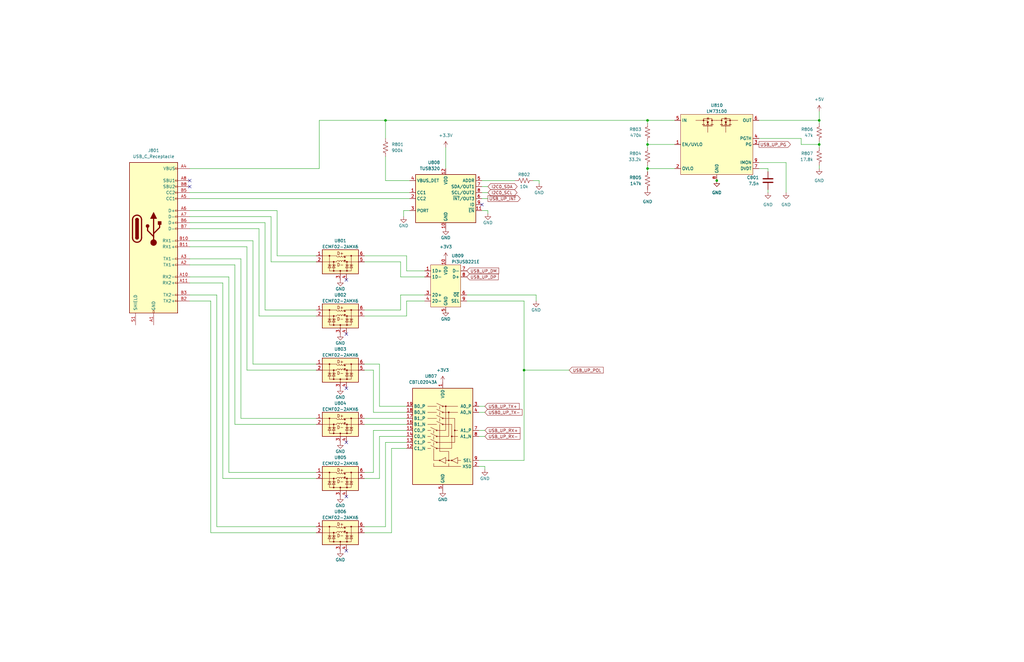
<source format=kicad_sch>
(kicad_sch (version 20230121) (generator eeschema)
  (paper "USLedger")
  (title_block (title "ErgoDUE") (date "2024-01-15") (rev "V0.1") (company "Alessandro Rizzoni") (comment 1 "SCHEMATIC") (comment 2 "DRAFT") (comment 3 "AIR"))
  (lib_symbols
    (symbol "Analog_Switch:CBTL02043A"
      (property "Reference" "U" (at -12.7 21.59 0))
      (property "Value" "CBTL02043A" (at 6.35 21.59 0))
      (symbol "CBTL02043A_0_1"
        (rectangle (start -12.7 20.32) (end 12.7 -20.32) (stroke (width 0.254)) (fill (type background)))
        (circle (center -5.08 2.54) (radius 0.254) (fill (type outline)))
        (circle (center -3.81 0) (radius 0.254) (fill (type outline)))
        (circle (center -2.54 10.16) (radius 0.254) (fill (type outline)))
        (circle (center -1.27 12.7) (radius 0.254) (fill (type outline)))
        (polyline (pts (xy -7.62 -10.16) (xy -6.35 -10.16)))
        (polyline (pts (xy -7.62 -12.7) (xy -2.54 -12.7) (xy -2.54 -11.43)))
        (polyline (pts (xy -2.54 -12.7) (xy 3.81 -12.7) (xy 3.81 -11.43)))
        (polyline (pts (xy 1.27 -10.16) (xy -1.27 -8.89) (xy -1.27 -11.43) (xy 1.27 -10.16)))
        (polyline (pts (xy 5.08 -3.81) (xy 2.54 -5.08) (xy -3.81 -5.08) (xy -3.81 0)))
        (polyline (pts (xy 5.08 -1.27) (xy 2.54 -2.54) (xy -5.08 -2.54) (xy -5.08 2.54)))
        (polyline (pts (xy 5.08 1.27) (xy 2.54 0) (xy -2.54 0) (xy -2.54 10.16)))
        (polyline (pts (xy 5.08 3.81) (xy 2.54 2.54) (xy -1.27 2.54) (xy -1.27 12.7)))
      )
      (symbol "CBTL02043A_1_1"
        (circle (center -3.81 -10.16) (radius 0.254))
        (circle (center -2.54 -10.16) (radius 0.254) (fill (type outline)))
        (polyline (pts (xy -2.54 -10.16) (xy -1.27 -10.16)))
        (polyline (pts (xy 1.27 5.08) (xy 1.27 3.81)))
        (polyline (pts (xy 1.27 7.62) (xy 1.27 6.35)))
        (polyline (pts (xy 1.27 10.16) (xy 1.27 8.89)))
        (polyline (pts (xy 1.27 12.7) (xy 1.27 11.43)))
        (polyline (pts (xy 3.81 -3.81) (xy 3.81 -2.54)))
        (polyline (pts (xy 3.81 -1.27) (xy 3.81 0)))
        (polyline (pts (xy 3.81 1.27) (xy 3.81 2.54)))
        (polyline (pts (xy 6.35 -5.08) (xy 5.08 -5.08)))
        (polyline (pts (xy 6.35 -2.54) (xy 5.08 -2.54)))
        (polyline (pts (xy 6.35 0) (xy 5.08 0)))
        (polyline (pts (xy 6.35 2.54) (xy 5.08 2.54)))
        (polyline (pts (xy 6.35 5.08) (xy 2.54 5.08)))
        (polyline (pts (xy 6.35 7.62) (xy 2.54 7.62)))
        (polyline (pts (xy 6.35 10.16) (xy 2.54 10.16)))
        (polyline (pts (xy 6.35 12.7) (xy 2.54 12.7)))
        (polyline (pts (xy -6.35 10.16) (xy 0 10.16) (xy 2.54 11.43)))
        (polyline (pts (xy -6.35 12.7) (xy 0 12.7) (xy 2.54 13.97)))
        (polyline (pts (xy 1.27 -10.16) (xy 3.81 -10.16) (xy 3.81 -5.08)))
        (polyline (pts (xy -3.81 -10.16) (xy -6.35 -8.89) (xy -6.35 -11.43) (xy -3.81 -10.16)))
        (polyline (pts (xy -6.35 0) (xy -3.81 0) (xy -3.81 5.08) (xy 0 5.08) (xy 2.54 6.35)))
        (polyline (pts (xy -6.35 2.54) (xy -5.08 2.54) (xy -5.08 7.62) (xy 0 7.62) (xy 2.54 8.89)))
        (polyline (pts (xy 1.27 3.81) (xy 1.27 -6.35) (xy -2.54 -6.35) (xy -2.54 -10.16) (xy -3.81 -10.16)))
        (circle (center 0 5.08) (radius 0.254))
        (circle (center 0 7.62) (radius 0.254))
        (circle (center 0 10.16) (radius 0.254))
        (circle (center 0 12.7) (radius 0.254))
        (circle (center 1.27 -10.16) (radius 0.254))
        (circle (center 2.54 -5.08) (radius 0.254))
        (circle (center 2.54 -2.54) (radius 0.254))
        (circle (center 2.54 0) (radius 0.254))
        (circle (center 2.54 2.54) (radius 0.254))
        (pin power_in line (at 0 22.86 270) (length 2.54) (name "VDD") (number "1"))
        (pin passive line (at 0 22.86 270) (length 2.54) hide (name "VDD") (number "10"))
        (pin passive line (at 0 -22.86 90) (length 2.54) hide (name "GND") (number "11"))
        (pin passive line (at 15.24 -5.08 180) (length 2.54) (name "C1_N") (number "12"))
        (pin passive line (at 15.24 -2.54 180) (length 2.54) (name "C1_P") (number "13"))
        (pin passive line (at 15.24 0 180) (length 2.54) (name "C0_N") (number "14"))
        (pin passive line (at 15.24 2.54 180) (length 2.54) (name "C0_P") (number "15"))
        (pin passive line (at 15.24 5.08 180) (length 2.54) (name "B1_N") (number "16"))
        (pin passive line (at 15.24 7.62 180) (length 2.54) (name "B1_P") (number "17"))
        (pin passive line (at 15.24 10.16 180) (length 2.54) (name "B0_N") (number "18"))
        (pin passive line (at 15.24 12.7 180) (length 2.54) (name "B0_P") (number "19"))
        (pin input line (at -15.24 -12.7 0) (length 2.54) (name "XSD") (number "2"))
        (pin passive line (at 0 -22.86 90) (length 2.54) hide (name "GND") (number "20"))
        (pin passive line (at 0 -22.86 90) (length 2.54) hide (name "GND") (number "21"))
        (pin passive line (at -15.24 12.7 0) (length 2.54) (name "A0_P") (number "3"))
        (pin passive line (at -15.24 10.16 0) (length 2.54) (name "A0_N") (number "4"))
        (pin power_in line (at 0 -22.86 90) (length 2.54) (name "GND") (number "5"))
        (pin passive line (at 0 22.86 270) (length 2.54) hide (name "VDD") (number "6"))
        (pin passive line (at -15.24 2.54 0) (length 2.54) (name "A1_P") (number "7"))
        (pin passive line (at -15.24 0 0) (length 2.54) (name "A1_N") (number "8"))
        (pin input line (at -15.24 -10.16 0) (length 2.54) (name "SEL") (number "9"))
      )
    )
    (symbol "Device:C" (pin_numbers hide) (pin_names (offset 0.254))
      (property "Reference" "C" (at 0.635 2.54 0))
      (property "Value" "C" (at 0.635 -2.54 0))
      (symbol "C_0_1"
        (polyline (pts (xy -2.032 -0.762) (xy 2.032 -0.762)) (stroke (width 0.508)))
        (polyline (pts (xy -2.032 0.762) (xy 2.032 0.762)) (stroke (width 0.508)))
      )
      (symbol "C_1_1"
        (pin passive line (at 0 3.81 270) (length 2.794) (name "~") (number "1"))
        (pin passive line (at 0 -3.81 90) (length 2.794) (name "~") (number "2"))
      )
    )
    (symbol "Device:R_US" (pin_numbers hide) (pin_names (offset 0))
      (property "Reference" "R" (at 2.54 0 90))
      (property "Value" "R_US" (at -2.54 0 90))
      (symbol "R_US_0_1"
        (polyline (pts (xy 0 -2.286) (xy 0 -2.54)))
        (polyline (pts (xy 0 2.286) (xy 0 2.54)))
        (polyline (pts (xy 0 -0.762) (xy 1.016 -1.143) (xy 0 -1.524) (xy -1.016 -1.905) (xy 0 -2.286)))
        (polyline (pts (xy 0 0.762) (xy 1.016 0.381) (xy 0 0) (xy -1.016 -0.381) (xy 0 -0.762)))
        (polyline (pts (xy 0 2.286) (xy 1.016 1.905) (xy 0 1.524) (xy -1.016 1.143) (xy 0 0.762)))
      )
      (symbol "R_US_1_1"
        (pin passive line (at 0 3.81 270) (length 1.27) (name "~") (number "1"))
        (pin passive line (at 0 -3.81 90) (length 1.27) (name "~") (number "2"))
      )
    )
    (symbol "Interface_USB:TUSB320"
      (property "Reference" "U608" (at 2.373 15.24 0))
      (property "Value" "TUSB320" (at 2.373 12.7 0))
      (symbol "TUSB320_0_1"
        (rectangle (start -12.7 10.16) (end 12.7 -10.16) (stroke (width 0.254)) (fill (type background)))
      )
      (symbol "TUSB320_1_1"
        (pin bidirectional line (at 15.24 2.54 180) (length 2.54) (name "CC1") (number "1"))
        (pin power_in line (at 0 -12.7 90) (length 2.54) (name "GND") (number "10"))
        (pin input line (at -15.24 -5.08 0) (length 2.54) (name "~{EN}") (number "11"))
        (pin power_in line (at 0 12.7 270) (length 2.54) (name "VDD") (number "12"))
        (pin bidirectional line (at 15.24 0 180) (length 2.54) (name "CC2") (number "2"))
        (pin input line (at 15.24 -5.08 180) (length 2.54) (name "PORT") (number "3"))
        (pin input line (at 15.24 7.62 180) (length 2.54) (name "VBUS_DET") (number "4"))
        (pin input line (at -15.24 7.62 0) (length 2.54) (name "ADDR") (number "5"))
        (pin open_collector line (at -15.24 0 0) (length 2.54) (name "~{INT}/OUT3") (number "6"))
        (pin bidirectional line (at -15.24 5.08 0) (length 2.54) (name "SDA/OUT1") (number "7"))
        (pin bidirectional line (at -15.24 2.54 0) (length 2.54) (name "SCL/OUT2") (number "8"))
        (pin open_collector line (at -15.24 -2.54 0) (length 2.54) (name "ID") (number "9"))
      )
    )
    (symbol "Library:DIODES_PI3USB221E"
      (property "Reference" "U" (at 1.27 10.16 0))
      (property "Value" "PI3USB221E" (at 1.27 7.62 0))
      (symbol "DIODES_PI3USB221E_0_0"
        (pin bidirectional line (at -8.89 3.81 0) (length 2.54) (name "1D+") (number "1"))
        (pin power_in line (at 0 8.89 270) (length 2.54) (name "VDD") (number "10"))
        (pin bidirectional line (at -8.89 1.27 0) (length 2.54) (name "1D-") (number "2"))
        (pin bidirectional line (at -8.89 -6.35 0) (length 2.54) (name "2D+") (number "3"))
        (pin bidirectional line (at -8.89 -8.89 0) (length 2.54) (name "2D-") (number "4"))
        (pin power_in line (at 0 -13.97 90) (length 2.54) (name "GND") (number "5"))
        (pin input line (at 8.89 -6.35 180) (length 2.54) (name "~{OE}") (number "6"))
        (pin bidirectional line (at 8.89 3.81 180) (length 2.54) (name "D-") (number "7"))
        (pin bidirectional line (at 8.89 1.27 180) (length 2.54) (name "D+") (number "8"))
        (pin input line (at 8.89 -8.89 180) (length 2.54) (name "SEL") (number "9"))
      )
      (symbol "DIODES_PI3USB221E_1_1"
        (rectangle (start -6.35 6.35) (end 6.35 -11.43) (fill (type background)))
      )
    )
    (symbol "Library:TI_LM73100"
      (property "Reference" "U" (at 0 16.51 0))
      (property "Value" "LM73100" (at 0 13.97 0))
      (symbol "TI_LM73100_0_0"
        (pin input line (at -17.78 0 0) (length 2.54) (name "EN/UVLO") (number "1"))
        (pin power_in line (at -17.78 10.16 0) (length 2.54) (name "IN") (number "5"))
        (pin power_out line (at 17.78 10.16 180) (length 2.54) (name "OUT") (number "6"))
        (pin power_in line (at 0 -15.24 90) (length 2.54) (name "GND") (number "8"))
      )
      (symbol "TI_LM73100_0_1"
        (circle (center -5.588 10.16) (radius 0.254) (fill (type outline)))
        (circle (center -2.032 10.16) (radius 0.254) (fill (type outline)))
        (polyline (pts (xy -5.08 8.382) (xy -6.096 8.382)) (stroke (width 0.254)))
        (polyline (pts (xy -3.81 7.874) (xy -3.81 5.08)))
        (polyline (pts (xy -3.302 8.382) (xy -4.318 8.382)) (stroke (width 0.254)))
        (polyline (pts (xy -1.905 7.874) (xy -5.715 7.874)) (stroke (width 0.254)))
        (polyline (pts (xy -1.524 8.382) (xy -2.54 8.382)) (stroke (width 0.254)))
        (polyline (pts (xy 0 10.16) (xy -2.032 10.16)))
        (polyline (pts (xy 0 10.16) (xy 2.032 10.16)))
        (polyline (pts (xy 1.524 8.382) (xy 2.54 8.382)) (stroke (width 0.254)))
        (polyline (pts (xy 1.905 7.874) (xy 5.715 7.874)) (stroke (width 0.254)))
        (polyline (pts (xy 3.302 8.382) (xy 4.318 8.382)) (stroke (width 0.254)))
        (polyline (pts (xy 3.81 7.874) (xy 3.81 5.08)))
        (polyline (pts (xy 5.08 8.382) (xy 6.096 8.382)) (stroke (width 0.254)))
        (polyline (pts (xy -8.89 10.16) (xy -3.81 10.16) (xy -3.81 8.382)))
        (polyline (pts (xy 8.89 10.16) (xy 3.81 10.16) (xy 3.81 8.382)))
        (polyline (pts (xy -5.588 8.382) (xy -5.588 10.922) (xy -2.032 10.922) (xy -2.032 8.382)))
        (polyline (pts (xy -3.81 8.636) (xy -3.429 9.652) (xy -4.191 9.652) (xy -3.81 8.636)) (fill (type outline)))
        (polyline (pts (xy -3.429 10.922) (xy -4.064 10.541) (xy -4.064 11.303) (xy -3.429 10.922)))
        (polyline (pts (xy -3.302 10.414) (xy -3.429 10.541) (xy -3.429 11.303) (xy -3.556 11.43)))
        (polyline (pts (xy 3.302 10.414) (xy 3.429 10.541) (xy 3.429 11.303) (xy 3.556 11.43)))
        (polyline (pts (xy 3.429 10.922) (xy 4.064 10.541) (xy 4.064 11.303) (xy 3.429 10.922)))
        (polyline (pts (xy 3.81 8.636) (xy 3.429 9.652) (xy 4.191 9.652) (xy 3.81 8.636)) (fill (type outline)))
        (polyline (pts (xy 5.588 8.382) (xy 5.588 10.922) (xy 2.032 10.922) (xy 2.032 8.382)))
        (circle (center 2.032 10.16) (radius 0.254) (fill (type outline)))
        (circle (center 5.588 10.16) (radius 0.254) (fill (type outline)))
      )
      (symbol "TI_LM73100_1_0"
        (pin no_connect line (at 8.89 -15.24 90) (length 2.54) hide (name "NC") (number "10"))
        (pin input line (at -17.78 -10.16 0) (length 2.54) (name "OVLO") (number "2"))
        (pin input line (at 17.78 0 180) (length 2.54) (name "PG") (number "3"))
        (pin input line (at 17.78 2.54 180) (length 2.54) (name "PGTH") (number "4"))
        (pin input line (at 17.78 -10.16 180) (length 2.54) (name "DVDT") (number "7"))
        (pin input line (at 17.78 -7.62 180) (length 2.54) (name "IMON") (number "9"))
      )
      (symbol "TI_LM73100_1_1"
        (rectangle (start -15.24 12.7) (end 15.24 -12.7) (fill (type background)))
      )
    )
    (symbol "Power_Protection:ECMF02-2AMX6" (pin_names (offset 0.0254) hide)
      (property "Reference" "U" (at 0 10.16 0))
      (property "Value" "ECMF02-2AMX6" (at 0 7.62 0))
      (symbol "ECMF02-2AMX6_0_1"
        (rectangle (start -7.62 5.08) (end 7.62 -5.08) (stroke (width 0.254)) (fill (type background)))
        (arc (start -1.524 2.5023) (mid -1.016 2.0306) (end -0.508 2.5023))
        (arc (start -0.508 0.0377) (mid -1.016 0.5094) (end -1.524 0.0377))
        (arc (start -0.508 2.5023) (mid 0 2.0306) (end 0.508 2.5023))
        (polyline (pts (xy -7.62 0) (xy -1.524 0)))
        (polyline (pts (xy -7.62 2.54) (xy -1.524 2.54)))
        (polyline (pts (xy -4.572 -3.81) (xy 4.572 -3.81)))
        (polyline (pts (xy -4.572 2.54) (xy -4.572 -3.81)))
        (polyline (pts (xy -2.794 0) (xy -2.794 -3.81)))
        (polyline (pts (xy 0 -5.08) (xy 0 -3.81)))
        (polyline (pts (xy 2.54 0) (xy 1.524 0)))
        (polyline (pts (xy 2.54 0) (xy 7.62 0)))
        (polyline (pts (xy 2.54 2.54) (xy 1.524 2.54)))
        (polyline (pts (xy 2.54 2.54) (xy 7.62 2.54)))
        (polyline (pts (xy 2.794 0) (xy 2.794 -3.81)))
        (polyline (pts (xy 4.572 2.54) (xy 4.572 -3.81)))
        (arc (start 0.508 0.0377) (mid 0 0.5094) (end -0.508 0.0377))
        (arc (start 0.508 2.5023) (mid 1.016 2.0306) (end 1.524 2.5023))
        (arc (start 1.524 0.0377) (mid 1.016 0.5094) (end 0.508 0.0377))
        (text "D+" (at 0 3.556 0) (effects (font (size 1.27 1.27))))
        (text "D-" (at 0 -1.27 0) (effects (font (size 1.27 1.27))))
      )
      (symbol "ECMF02-2AMX6_1_1"
        (circle (center -4.572 2.54) (radius 0.254) (fill (type outline)))
        (circle (center -2.794 -3.81) (radius 0.254) (fill (type outline)))
        (circle (center -2.794 0) (radius 0.254) (fill (type outline)))
        (circle (center 0 -3.81) (radius 0.254) (fill (type outline)))
        (polyline (pts (xy -3.937 -1.651) (xy -3.937 -1.27) (xy -5.207 -1.27)))
        (polyline (pts (xy -2.159 -1.651) (xy -2.159 -1.27) (xy -3.429 -1.27)))
        (polyline (pts (xy 3.429 -1.651) (xy 3.429 -1.27) (xy 2.159 -1.27)))
        (polyline (pts (xy 5.207 -1.651) (xy 5.207 -1.27) (xy 3.937 -1.27)))
        (polyline (pts (xy -5.207 -2.54) (xy -3.937 -2.54) (xy -4.572 -1.27) (xy -5.207 -2.54)))
        (polyline (pts (xy -3.429 -2.54) (xy -2.159 -2.54) (xy -2.794 -1.27) (xy -3.429 -2.54)))
        (polyline (pts (xy 3.429 -2.54) (xy 2.159 -2.54) (xy 2.794 -1.27) (xy 3.429 -2.54)))
        (polyline (pts (xy 5.207 -2.54) (xy 3.937 -2.54) (xy 4.572 -1.27) (xy 5.207 -2.54)))
        (circle (center 1.905 0.508) (radius 0.254) (fill (type outline)))
        (circle (center 1.905 2.032) (radius 0.254) (fill (type outline)))
        (circle (center 2.794 -3.81) (radius 0.254) (fill (type outline)))
        (circle (center 2.794 0) (radius 0.254) (fill (type outline)))
        (circle (center 4.572 2.54) (radius 0.254) (fill (type outline)))
        (pin passive line (at -10.16 2.54 0) (length 2.54) (name "D+_in") (number "1"))
        (pin passive line (at -10.16 0 0) (length 2.54) (name "D-_in") (number "2"))
        (pin power_in line (at 0 -7.62 90) (length 2.54) (name "GND") (number "3"))
        (pin free line (at 2.54 -7.62 90) (length 2.54) (name "NC") (number "4"))
        (pin passive line (at 10.16 0 180) (length 2.54) (name "D-_out") (number "5"))
        (pin passive line (at 10.16 2.54 180) (length 2.54) (name "D+_out") (number "6"))
      )
    )
    (symbol "USB_C_Receptacle_1" (pin_names (offset 1.016))
      (property "Reference" "J501" (at 0 33.02 0))
      (property "Value" "USB_C_Receptacle" (at 0 30.48 0))
      (symbol "USB_C_Receptacle_1_0_0"
        (rectangle (start -0.254 -35.56) (end 0.254 -34.544))
        (rectangle (start 10.16 -30.226) (end 9.144 -30.734))
        (rectangle (start 10.16 -27.686) (end 9.144 -28.194))
        (rectangle (start 10.16 -22.606) (end 9.144 -23.114))
        (rectangle (start 10.16 -20.066) (end 9.144 -20.574))
        (rectangle (start 10.16 -14.986) (end 9.144 -15.494))
        (rectangle (start 10.16 -12.446) (end 9.144 -12.954))
        (rectangle (start 10.16 -7.366) (end 9.144 -7.874))
        (rectangle (start 10.16 -4.826) (end 9.144 -5.334))
        (rectangle (start 10.16 0.254) (end 9.144 -0.254))
        (rectangle (start 10.16 2.794) (end 9.144 2.286))
        (rectangle (start 10.16 5.334) (end 9.144 4.826))
        (rectangle (start 10.16 7.874) (end 9.144 7.366))
        (rectangle (start 10.16 12.954) (end 9.144 12.446))
        (rectangle (start 10.16 15.494) (end 9.144 14.986))
        (rectangle (start 10.16 18.034) (end 9.144 17.526))
        (rectangle (start 10.16 20.574) (end 9.144 20.066))
        (rectangle (start 10.16 25.654) (end 9.144 25.146))
      )
      (symbol "USB_C_Receptacle_1_0_1"
        (rectangle (start -10.16 27.94) (end 10.16 -35.56) (stroke (width 0.254)) (fill (type background)))
        (arc (start -8.89 -3.81) (mid -6.985 -5.7067) (end -5.08 -3.81) (stroke (width 0.508)))
        (arc (start -7.62 -3.81) (mid -6.985 -4.4423) (end -6.35 -3.81) (stroke (width 0.254)))
        (arc (start -7.62 -3.81) (mid -6.985 -4.4423) (end -6.35 -3.81) (stroke (width 0.254)) (fill (type outline)))
        (rectangle (start -7.62 -3.81) (end -6.35 3.81) (stroke (width 0.254)) (fill (type outline)))
        (arc (start -6.35 3.81) (mid -6.985 4.4423) (end -7.62 3.81) (stroke (width 0.254)))
        (arc (start -6.35 3.81) (mid -6.985 4.4423) (end -7.62 3.81) (stroke (width 0.254)) (fill (type outline)))
        (arc (start -5.08 3.81) (mid -6.985 5.7067) (end -8.89 3.81) (stroke (width 0.508)))
        (polyline (pts (xy -8.89 -3.81) (xy -8.89 3.81)) (stroke (width 0.508)))
        (polyline (pts (xy -5.08 3.81) (xy -5.08 -3.81)) (stroke (width 0.508)))
      )
      (symbol "USB_C_Receptacle_1_1_1"
        (circle (center -2.54 1.143) (radius 0.635) (stroke (width 0.254)) (fill (type outline)))
        (circle (center 0 -5.842) (radius 1.27) (fill (type outline)))
        (polyline (pts (xy 0 -5.842) (xy 0 4.318)) (stroke (width 0.508)))
        (polyline (pts (xy 0 -3.302) (xy -2.54 -0.762) (xy -2.54 0.508)) (stroke (width 0.508)))
        (polyline (pts (xy 0 -2.032) (xy 2.54 0.508) (xy 2.54 1.778)) (stroke (width 0.508)))
        (polyline (pts (xy -1.27 4.318) (xy 0 6.858) (xy 1.27 4.318) (xy -1.27 4.318)) (stroke (width 0.254)) (fill (type outline)))
        (rectangle (start 1.905 1.778) (end 3.175 3.048) (stroke (width 0.254)) (fill (type outline)))
        (pin passive line (at 0 -40.64 90) (length 5.08) (name "GND") (number "A1"))
        (pin bidirectional line (at 15.24 -20.32 180) (length 5.08) (name "RX2-") (number "A10"))
        (pin bidirectional line (at 15.24 -22.86 180) (length 5.08) (name "RX2+") (number "A11"))
        (pin passive line (at 0 -40.64 90) (length 5.08) hide (name "GND") (number "A12"))
        (pin bidirectional line (at 15.24 -15.24 180) (length 5.08) (name "TX1+") (number "A2"))
        (pin bidirectional line (at 15.24 -12.7 180) (length 5.08) (name "TX1-") (number "A3"))
        (pin passive line (at 15.24 25.4 180) (length 5.08) (name "VBUS") (number "A4"))
        (pin bidirectional line (at 15.24 12.7 180) (length 5.08) (name "CC1") (number "A5"))
        (pin bidirectional line (at 15.24 7.62 180) (length 5.08) (name "D+") (number "A6"))
        (pin bidirectional line (at 15.24 5.08 180) (length 5.08) (name "D-") (number "A7"))
        (pin bidirectional line (at 15.24 20.32 180) (length 5.08) (name "SBU1") (number "A8"))
        (pin passive line (at 15.24 25.4 180) (length 5.08) hide (name "VBUS") (number "A9"))
        (pin passive line (at 0 -40.64 90) (length 5.08) hide (name "GND") (number "B1"))
        (pin bidirectional line (at 15.24 -5.08 180) (length 5.08) (name "RX1-") (number "B10"))
        (pin bidirectional line (at 15.24 -7.62 180) (length 5.08) (name "RX1+") (number "B11"))
        (pin passive line (at 0 -40.64 90) (length 5.08) hide (name "GND") (number "B12"))
        (pin bidirectional line (at 15.24 -30.48 180) (length 5.08) (name "TX2+") (number "B2"))
        (pin bidirectional line (at 15.24 -27.94 180) (length 5.08) (name "TX2-") (number "B3"))
        (pin passive line (at 15.24 25.4 180) (length 5.08) hide (name "VBUS") (number "B4"))
        (pin bidirectional line (at 15.24 15.24 180) (length 5.08) (name "CC2") (number "B5"))
        (pin bidirectional line (at 15.24 2.54 180) (length 5.08) (name "D+") (number "B6"))
        (pin bidirectional line (at 15.24 0 180) (length 5.08) (name "D-") (number "B7"))
        (pin bidirectional line (at 15.24 17.78 180) (length 5.08) (name "SBU2") (number "B8"))
        (pin passive line (at 15.24 25.4 180) (length 5.08) hide (name "VBUS") (number "B9"))
        (pin passive line (at -7.62 -40.64 90) (length 5.08) (name "SHIELD") (number "S1"))
      )
    )
    (symbol "power:+3.3V" (power) (pin_names (offset 0))
      (property "Value" "+3.3V" (at 0 3.556 0))
      (symbol "+3.3V_0_1"
        (polyline (pts (xy -0.762 1.27) (xy 0 2.54)))
        (polyline (pts (xy 0 0) (xy 0 2.54)))
        (polyline (pts (xy 0 2.54) (xy 0.762 1.27)))
      )
      (symbol "+3.3V_1_1"
        (pin power_in line (at 0 0 90) (length 0) hide (name "+3.3V") (number "1"))
      )
    )
    (symbol "power:+3V3" (power) (pin_names (offset 0))
      (property "Value" "+3V3" (at 0 3.556 0))
      (symbol "+3V3_0_1"
        (polyline (pts (xy -0.762 1.27) (xy 0 2.54)))
        (polyline (pts (xy 0 0) (xy 0 2.54)))
        (polyline (pts (xy 0 2.54) (xy 0.762 1.27)))
      )
      (symbol "+3V3_1_1"
        (pin power_in line (at 0 0 90) (length 0) hide (name "+3V3") (number "1"))
      )
    )
    (symbol "power:+5V" (power) (pin_names (offset 0))
      (property "Value" "+5V" (at 0 3.556 0))
      (symbol "+5V_0_1"
        (polyline (pts (xy -0.762 1.27) (xy 0 2.54)))
        (polyline (pts (xy 0 0) (xy 0 2.54)))
        (polyline (pts (xy 0 2.54) (xy 0.762 1.27)))
      )
      (symbol "+5V_1_1"
        (pin power_in line (at 0 0 90) (length 0) hide (name "+5V") (number "1"))
      )
    )
    (symbol "power:GND" (power) (pin_names (offset 0))
      (property "Value" "GND" (at 0 -3.81 0))
      (symbol "GND_0_1"
        (polyline (pts (xy 0 0) (xy 0 -1.27) (xy 1.27 -1.27) (xy 0 -2.54) (xy -1.27 -1.27) (xy 0 -1.27)))
      )
      (symbol "GND_1_1"
        (pin power_in line (at 0 0 270) (length 0) hide (name "GND") (number "1"))
      )
    )
  )
  (junction (at 273.05 71.12))
  (junction (at 220.98 156.21))
  (junction (at 273.05 60.96))
  (junction (at 345.44 60.96))
  (junction (at 345.44 50.8))
  (junction (at 162.56 50.8))
  (junction (at 302.26 76.2))
  (junction (at 273.05 50.8))
  (no_connect (at 146.05 232.41))
  (no_connect (at 203.2 86.36))
  (no_connect (at 80.01 76.2))
  (no_connect (at 146.05 118.11))
  (no_connect (at 146.05 140.97))
  (no_connect (at 146.05 209.55))
  (no_connect (at 146.05 163.83))
  (no_connect (at 80.01 78.74))
  (no_connect (at 146.05 186.69))
  (wire (pts (xy 331.47 68.58) (xy 331.47 81.28)))
  (wire (pts (xy 172.72 76.2) (xy 162.56 76.2)))
  (wire (pts (xy 345.44 60.96) (xy 337.82 60.96)))
  (wire (pts (xy 106.68 101.6) (xy 106.68 153.67)))
  (wire (pts (xy 80.01 71.12) (xy 134.62 71.12)))
  (wire (pts (xy 226.06 124.46) (xy 226.06 127)))
  (wire (pts (xy 134.62 50.8) (xy 162.56 50.8)))
  (wire (pts (xy 273.05 71.12) (xy 273.05 72.39)))
  (wire (pts (xy 101.6 176.53) (xy 133.35 176.53)))
  (wire (pts (xy 204.47 171.45) (xy 201.93 171.45)))
  (wire (pts (xy 203.2 78.74) (xy 205.74 78.74)))
  (wire (pts (xy 106.68 153.67) (xy 133.35 153.67)))
  (wire (pts (xy 111.76 93.98) (xy 111.76 130.81)))
  (wire (pts (xy 80.01 83.82) (xy 172.72 83.82)))
  (wire (pts (xy 160.02 171.45) (xy 160.02 153.67)))
  (wire (pts (xy 179.07 116.84) (xy 168.91 116.84)))
  (wire (pts (xy 337.82 58.42) (xy 320.04 58.42)))
  (wire (pts (xy 153.67 156.21) (xy 157.48 156.21)))
  (wire (pts (xy 171.45 171.45) (xy 160.02 171.45)))
  (wire (pts (xy 80.01 109.22) (xy 101.6 109.22)))
  (wire (pts (xy 101.6 109.22) (xy 101.6 176.53)))
  (wire (pts (xy 203.2 88.9) (xy 205.74 88.9)))
  (wire (pts (xy 96.52 116.84) (xy 96.52 199.39)))
  (wire (pts (xy 320.04 68.58) (xy 331.47 68.58)))
  (wire (pts (xy 203.2 81.28) (xy 205.74 81.28)))
  (wire (pts (xy 153.67 224.79) (xy 165.1 224.79)))
  (wire (pts (xy 224.79 76.2) (xy 227.33 76.2)))
  (wire (pts (xy 227.33 76.2) (xy 227.33 77.47)))
  (wire (pts (xy 162.56 76.2) (xy 162.56 66.04)))
  (wire (pts (xy 157.48 199.39) (xy 157.48 181.61)))
  (wire (pts (xy 80.01 101.6) (xy 106.68 101.6)))
  (wire (pts (xy 111.76 130.81) (xy 133.35 130.81)))
  (wire (pts (xy 273.05 60.96) (xy 273.05 62.23)))
  (wire (pts (xy 133.35 179.07) (xy 99.06 179.07)))
  (wire (pts (xy 104.14 156.21) (xy 104.14 104.14)))
  (wire (pts (xy 133.35 156.21) (xy 104.14 156.21)))
  (wire (pts (xy 80.01 116.84) (xy 96.52 116.84)))
  (wire (pts (xy 160.02 201.93) (xy 153.67 201.93)))
  (wire (pts (xy 205.74 83.82) (xy 203.2 83.82)))
  (wire (pts (xy 196.85 124.46) (xy 226.06 124.46)))
  (wire (pts (xy 204.47 198.12) (xy 204.47 196.85)))
  (wire (pts (xy 162.56 186.69) (xy 162.56 222.25)))
  (wire (pts (xy 88.9 224.79) (xy 88.9 127)))
  (wire (pts (xy 96.52 199.39) (xy 133.35 199.39)))
  (wire (pts (xy 162.56 50.8) (xy 273.05 50.8)))
  (wire (pts (xy 104.14 104.14) (xy 80.01 104.14)))
  (wire (pts (xy 273.05 59.69) (xy 273.05 60.96)))
  (wire (pts (xy 153.67 199.39) (xy 157.48 199.39)))
  (wire (pts (xy 187.96 62.23) (xy 187.96 71.12)))
  (wire (pts (xy 93.98 201.93) (xy 93.98 119.38)))
  (wire (pts (xy 165.1 189.23) (xy 171.45 189.23)))
  (wire (pts (xy 91.44 222.25) (xy 133.35 222.25)))
  (wire (pts (xy 204.47 181.61) (xy 201.93 181.61)))
  (wire (pts (xy 179.07 127) (xy 171.45 127)))
  (wire (pts (xy 168.91 130.81) (xy 168.91 124.46)))
  (wire (pts (xy 153.67 179.07) (xy 171.45 179.07)))
  (wire (pts (xy 157.48 181.61) (xy 171.45 181.61)))
  (wire (pts (xy 171.45 133.35) (xy 153.67 133.35)))
  (wire (pts (xy 133.35 133.35) (xy 109.22 133.35)))
  (wire (pts (xy 205.74 88.9) (xy 205.74 90.17)))
  (wire (pts (xy 204.47 196.85) (xy 201.93 196.85)))
  (wire (pts (xy 171.45 114.3) (xy 179.07 114.3)))
  (wire (pts (xy 162.56 222.25) (xy 153.67 222.25)))
  (wire (pts (xy 204.47 184.15) (xy 201.93 184.15)))
  (wire (pts (xy 153.67 176.53) (xy 171.45 176.53)))
  (wire (pts (xy 80.01 88.9) (xy 116.84 88.9)))
  (wire (pts (xy 153.67 130.81) (xy 168.91 130.81)))
  (wire (pts (xy 171.45 184.15) (xy 160.02 184.15)))
  (wire (pts (xy 134.62 71.12) (xy 134.62 50.8)))
  (wire (pts (xy 187.96 132.08) (xy 187.96 130.81)))
  (wire (pts (xy 133.35 201.93) (xy 93.98 201.93)))
  (wire (pts (xy 157.48 173.99) (xy 171.45 173.99)))
  (wire (pts (xy 204.47 173.99) (xy 201.93 173.99)))
  (wire (pts (xy 203.2 76.2) (xy 217.17 76.2)))
  (wire (pts (xy 323.85 71.12) (xy 323.85 72.39)))
  (wire (pts (xy 320.04 71.12) (xy 323.85 71.12)))
  (wire (pts (xy 133.35 224.79) (xy 88.9 224.79)))
  (wire (pts (xy 345.44 50.8) (xy 345.44 52.07)))
  (wire (pts (xy 160.02 153.67) (xy 153.67 153.67)))
  (wire (pts (xy 172.72 88.9) (xy 170.18 88.9)))
  (wire (pts (xy 345.44 69.85) (xy 345.44 71.12)))
  (wire (pts (xy 88.9 127) (xy 80.01 127)))
  (wire (pts (xy 220.98 127) (xy 220.98 156.21)))
  (wire (pts (xy 114.3 110.49) (xy 114.3 91.44)))
  (wire (pts (xy 116.84 107.95) (xy 133.35 107.95)))
  (wire (pts (xy 165.1 224.79) (xy 165.1 189.23)))
  (wire (pts (xy 168.91 110.49) (xy 153.67 110.49)))
  (wire (pts (xy 109.22 133.35) (xy 109.22 96.52)))
  (wire (pts (xy 284.48 71.12) (xy 273.05 71.12)))
  (wire (pts (xy 80.01 124.46) (xy 91.44 124.46)))
  (wire (pts (xy 273.05 69.85) (xy 273.05 71.12)))
  (wire (pts (xy 171.45 107.95) (xy 171.45 114.3)))
  (wire (pts (xy 133.35 110.49) (xy 114.3 110.49)))
  (wire (pts (xy 114.3 91.44) (xy 80.01 91.44)))
  (wire (pts (xy 284.48 50.8) (xy 273.05 50.8)))
  (wire (pts (xy 80.01 93.98) (xy 111.76 93.98)))
  (wire (pts (xy 323.85 80.01) (xy 323.85 81.28)))
  (wire (pts (xy 157.48 156.21) (xy 157.48 173.99)))
  (wire (pts (xy 220.98 156.21) (xy 220.98 194.31)))
  (wire (pts (xy 345.44 46.99) (xy 345.44 50.8)))
  (wire (pts (xy 168.91 124.46) (xy 179.07 124.46)))
  (wire (pts (xy 91.44 124.46) (xy 91.44 222.25)))
  (wire (pts (xy 171.45 186.69) (xy 162.56 186.69)))
  (wire (pts (xy 109.22 96.52) (xy 80.01 96.52)))
  (wire (pts (xy 99.06 111.76) (xy 80.01 111.76)))
  (wire (pts (xy 162.56 58.42) (xy 162.56 50.8)))
  (wire (pts (xy 345.44 50.8) (xy 320.04 50.8)))
  (wire (pts (xy 168.91 116.84) (xy 168.91 110.49)))
  (wire (pts (xy 170.18 88.9) (xy 170.18 91.44)))
  (wire (pts (xy 153.67 107.95) (xy 171.45 107.95)))
  (wire (pts (xy 160.02 184.15) (xy 160.02 201.93)))
  (wire (pts (xy 273.05 50.8) (xy 273.05 52.07)))
  (wire (pts (xy 116.84 88.9) (xy 116.84 107.95)))
  (wire (pts (xy 93.98 119.38) (xy 80.01 119.38)))
  (wire (pts (xy 220.98 127) (xy 196.85 127)))
  (wire (pts (xy 99.06 179.07) (xy 99.06 111.76)))
  (wire (pts (xy 345.44 59.69) (xy 345.44 60.96)))
  (wire (pts (xy 201.93 194.31) (xy 220.98 194.31)))
  (wire (pts (xy 345.44 60.96) (xy 345.44 62.23)))
  (wire (pts (xy 171.45 127) (xy 171.45 133.35)))
  (wire (pts (xy 284.48 60.96) (xy 273.05 60.96)))
  (wire (pts (xy 337.82 60.96) (xy 337.82 58.42)))
  (wire (pts (xy 80.01 81.28) (xy 172.72 81.28)))
  (wire (pts (xy 220.98 156.21) (xy 240.03 156.21)))
  (global_label "USB_UP_RX+" (shape input) (at 204.47 181.61 0) (property "Intersheetrefs" "${INTERSHEET_REFS}" (effects hide)))
  (global_label "I2C0_SDA" (shape bidirectional) (at 205.74 78.74 0) (property "Intersheetrefs" "${INTERSHEET_REFS}" (effects hide)))
  (global_label "USB_UP_DM" (shape input) (at 196.85 114.3 0) (property "Intersheetrefs" "${INTERSHEET_REFS}" (effects hide)))
  (global_label "~{USB_UP_INT}" (shape output) (at 205.74 83.82 0) (property "Intersheetrefs" "${INTERSHEET_REFS}" (effects hide)))
  (global_label "USB_UP_POL" (shape input) (at 240.03 156.21 0) (property "Intersheetrefs" "${INTERSHEET_REFS}" (effects hide)))
  (global_label "USB_UP_PG" (shape output) (at 320.04 60.96 0) (property "Intersheetrefs" "${INTERSHEET_REFS}" (effects hide)))
  (global_label "USB_UP_TX+" (shape input) (at 204.47 171.45 0) (property "Intersheetrefs" "${INTERSHEET_REFS}" (effects hide)))
  (global_label "USB0_UP_TX-" (shape input) (at 204.47 173.99 0) (property "Intersheetrefs" "${INTERSHEET_REFS}" (effects hide)))
  (global_label "I2C0_SCL" (shape bidirectional) (at 205.74 81.28 0) (property "Intersheetrefs" "${INTERSHEET_REFS}" (effects hide)))
  (global_label "USB_UP_RX-" (shape input) (at 204.47 184.15 0) (property "Intersheetrefs" "${INTERSHEET_REFS}" (effects hide)))
  (global_label "USB_UP_DP" (shape input) (at 196.85 116.84 0) (property "Intersheetrefs" "${INTERSHEET_REFS}" (effects hide)))
  (symbol (lib_id "Library:TI_LM73100") (at 302.26 60.96 0) (unit 1)
    (property "Reference" "U810" (at 302.26 44.45 0))
    (property "Value" "LM73100" (at 302.26 46.99 0))
    (property "Datasheet" "https://www.ti.com/lit/ds/symlink/lm7310.pdf" (effects hide))
  )
  (symbol (lib_id "Power_Protection:ECMF02-2AMX6") (at 143.51 179.07 0) (unit 1)
    (property "Reference" "U804" (at 143.51 170.18 0))
    (property "Value" "ECMF02-2AMX6" (at 143.51 172.72 0))
    (property "Footprint" "Package_DFN_QFN:ST_UQFN-6L_1.5x1.7mm_P0.5mm" (effects hide))
    (property "Datasheet" "https://www.st.com/resource/en/datasheet/ecmf02-2amx6.pdf" (effects hide))
  )
  (symbol (lib_id "power:GND") (at 302.26 76.2 0) (mirror y) (unit 1)
    (property "Reference" "#PWR0819" (effects hide))
    (property "Value" "GND" (at 302.26 81.28 0))
  )
  (symbol (lib_id "power:GND") (at 143.51 209.55 0) (unit 1)
    (property "Reference" "#PWR0805" (effects hide))
    (property "Value" "GND" (at 143.51 213.36 0))
  )
  (symbol (lib_id "power:GND") (at 143.51 186.69 0) (unit 1)
    (property "Reference" "#PWR0804" (effects hide))
    (property "Value" "GND" (at 143.51 190.5 0))
  )
  (symbol (lib_id "power:GND") (at 143.51 232.41 0) (unit 1)
    (property "Reference" "#PWR0806" (effects hide))
    (property "Value" "GND" (at 143.51 236.22 0))
  )
  (symbol (lib_id "power:GND") (at 302.26 76.2 0) (mirror y) (unit 1)
    (property "Reference" "#PWR0820" (effects hide))
    (property "Value" "GND" (at 302.26 81.28 0))
  )
  (symbol (lib_id "Power_Protection:ECMF02-2AMX6") (at 143.51 156.21 0) (unit 1)
    (property "Reference" "U803" (at 143.51 147.32 0))
    (property "Value" "ECMF02-2AMX6" (at 143.51 149.86 0))
    (property "Footprint" "Package_DFN_QFN:ST_UQFN-6L_1.5x1.7mm_P0.5mm" (effects hide))
    (property "Datasheet" "https://www.st.com/resource/en/datasheet/ecmf02-2amx6.pdf" (effects hide))
  )
  (symbol (lib_id "Power_Protection:ECMF02-2AMX6") (at 143.51 110.49 0) (unit 1)
    (property "Reference" "U801" (at 143.51 101.6 0))
    (property "Value" "ECMF02-2AMX6" (at 143.51 104.14 0))
    (property "Footprint" "Package_DFN_QFN:ST_UQFN-6L_1.5x1.7mm_P0.5mm" (effects hide))
    (property "Datasheet" "https://www.st.com/resource/en/datasheet/ecmf02-2amx6.pdf" (effects hide))
  )
  (symbol (lib_id "power:GND") (at 227.33 77.47 0) (unit 1)
    (property "Reference" "#PWR0817" (effects hide))
    (property "Value" "GND" (at 227.33 81.28 0))
  )
  (symbol (lib_id "power:+5V") (at 345.44 46.99 0) (mirror y) (unit 1)
    (property "Reference" "#PWR0823" (effects hide))
    (property "Value" "+5V" (at 345.44 41.91 0))
  )
  (symbol (lib_id "power:GND") (at 205.74 90.17 0) (unit 1)
    (property "Reference" "#PWR0815" (effects hide))
    (property "Value" "GND" (at 205.74 93.98 0))
  )
  (symbol (lib_id "power:GND") (at 143.51 140.97 0) (unit 1)
    (property "Reference" "#PWR0802" (effects hide))
    (property "Value" "GND" (at 143.51 144.78 0))
  )
  (symbol (lib_id "power:GND") (at 226.06 127 0) (unit 1)
    (property "Reference" "#PWR0816" (effects hide))
    (property "Value" "GND" (at 226.06 130.81 0))
  )
  (symbol (lib_id "Power_Protection:ECMF02-2AMX6") (at 143.51 133.35 0) (unit 1)
    (property "Reference" "U802" (at 143.51 124.46 0))
    (property "Value" "ECMF02-2AMX6" (at 143.51 127 0))
    (property "Footprint" "Package_DFN_QFN:ST_UQFN-6L_1.5x1.7mm_P0.5mm" (effects hide))
    (property "Datasheet" "https://www.st.com/resource/en/datasheet/ecmf02-2amx6.pdf" (effects hide))
  )
  (symbol (lib_id "Device:R_US") (at 220.98 76.2 270) (unit 1)
    (property "Reference" "R802" (at 220.98 73.66 90))
    (property "Value" "10k" (at 220.98 78.74 90))
  )
  (symbol (lib_id "Power_Protection:ECMF02-2AMX6") (at 143.51 201.93 0) (unit 1)
    (property "Reference" "U805" (at 143.51 193.04 0))
    (property "Value" "ECMF02-2AMX6" (at 143.51 195.58 0))
    (property "Footprint" "Package_DFN_QFN:ST_UQFN-6L_1.5x1.7mm_P0.5mm" (effects hide))
    (property "Datasheet" "https://www.st.com/resource/en/datasheet/ecmf02-2amx6.pdf" (effects hide))
  )
  (symbol (lib_id "power:+3.3V") (at 187.96 62.23 0) (unit 1)
    (property "Reference" "#PWR0810" (effects hide))
    (property "Value" "+3.3V" (at 187.96 57.15 0))
  )
  (symbol (lib_id "power:+3V3") (at 186.69 161.29 0) (unit 1)
    (property "Reference" "#PWR0808" (effects hide))
    (property "Value" "+3V3" (at 186.69 156.21 0))
  )
  (symbol (lib_name "USB_C_Receptacle_1") (lib_id "Connector:USB_C_Receptacle") (at 64.77 96.52 0) (unit 1)
    (property "Reference" "J801" (at 64.77 63.5 0))
    (property "Value" "USB_C_Receptacle" (at 64.77 66.04 0))
    (property "Datasheet" "https://www.usb.org/sites/default/files/documents/usb_type-c.zip" (effects hide))
    (instances (project "ErgoDUE" (path "" (reference "J801") (unit 1))) (project "interface" (path "" (reference "J102") (unit 1))))
  )
  (symbol (lib_id "power:GND") (at 331.47 81.28 0) (mirror y) (unit 1)
    (property "Reference" "#PWR0822" (effects hide))
    (property "Value" "GND" (at 331.47 86.36 0))
  )
  (symbol (lib_id "power:GND") (at 187.96 130.81 0) (unit 1)
    (property "Reference" "#PWR0813" (effects hide))
    (property "Value" "GND" (at 187.96 134.62 0))
  )
  (symbol (lib_id "power:GND") (at 204.47 198.12 0) (unit 1)
    (property "Reference" "#PWR0814" (effects hide))
    (property "Value" "GND" (at 204.47 201.93 0))
  )
  (symbol (lib_id "Analog_Switch:CBTL02043A") (at 186.69 184.15 0) (mirror y) (unit 1)
    (property "Reference" "U807" (at 184.317 158.75 0) (effects (justify left)))
    (property "Value" "CBTL02043A" (at 184.317 161.29 0) (effects (justify left)))
    (property "Footprint" "Package_DFN_QFN:WQFN-20-1EP_2.5x4.5mm_P0.5mm_EP1x2.9mm" (effects hide))
    (property "Datasheet" "https://www.nxp.com/docs/en/data-sheet/CBTL02043A_CBTL02043B.pdf" (effects hide))
  )
  (symbol (lib_id "power:GND") (at 187.96 96.52 0) (unit 1)
    (property "Reference" "#PWR0811" (effects hide))
    (property "Value" "GND" (at 187.96 100.33 0))
  )
  (symbol (lib_id "Device:R_US") (at 273.05 66.04 0) (mirror y) (unit 1)
    (property "Reference" "R804" (at 270.51 64.77 0) (effects (justify left)))
    (property "Value" "33.2k" (at 270.51 67.31 0) (effects (justify left)))
  )
  (symbol (lib_id "power:GND") (at 143.51 118.11 0) (unit 1)
    (property "Reference" "#PWR0801" (effects hide))
    (property "Value" "GND" (at 143.51 121.92 0))
  )
  (symbol (lib_id "Library:DIODES_PI3USB221E") (at 187.96 118.11 0) (unit 1)
    (property "Reference" "U809" (at 190.4025 107.95 0) (effects (justify left)))
    (property "Value" "PI3USB221E" (at 190.4025 110.49 0) (effects (justify left)))
  )
  (symbol (lib_id "Device:C") (at 323.85 76.2 0) (mirror y) (unit 1)
    (property "Reference" "C801" (at 320.04 74.93 0) (effects (justify left)))
    (property "Value" "7.5n" (at 320.04 77.47 0) (effects (justify left)))
  )
  (symbol (lib_id "Device:R_US") (at 273.05 76.2 0) (mirror y) (unit 1)
    (property "Reference" "R805" (at 270.51 74.93 0) (effects (justify left)))
    (property "Value" "147k" (at 270.51 77.47 0) (effects (justify left)))
  )
  (symbol (lib_id "power:GND") (at 186.69 207.01 0) (unit 1)
    (property "Reference" "#PWR0809" (effects hide))
    (property "Value" "GND" (at 186.69 210.82 0))
  )
  (symbol (lib_id "power:GND") (at 170.18 91.44 0) (unit 1)
    (property "Reference" "#PWR0807" (effects hide))
    (property "Value" "GND" (at 170.18 95.25 0))
  )
  (symbol (lib_id "power:+3V3") (at 187.96 109.22 0) (unit 1)
    (property "Reference" "#PWR0812" (effects hide))
    (property "Value" "+3V3" (at 187.96 104.14 0))
  )
  (symbol (lib_id "Device:R_US") (at 162.56 62.23 0) (unit 1)
    (property "Reference" "R801" (at 165.1 60.96 0) (effects (justify left)))
    (property "Value" "900k" (at 165.1 63.5 0) (effects (justify left)))
  )
  (symbol (lib_id "Interface_USB:TUSB320") (at 187.96 83.82 0) (mirror y) (unit 1)
    (property "Reference" "U808" (at 185.587 68.58 0) (effects (justify left)))
    (property "Value" "TUSB320" (at 185.587 71.12 0) (effects (justify left)))
    (property "Footprint" "Package_DFN_QFN:Texas_X2QFN-12_1.6x1.6mm_P0.4mm" (effects hide))
    (property "Datasheet" "http://www.ti.com/lit/ds/symlink/tusb320.pdf" (effects hide))
  )
  (symbol (lib_id "Device:R_US") (at 273.05 55.88 0) (mirror y) (unit 1)
    (property "Reference" "R803" (at 270.51 54.61 0) (effects (justify left)))
    (property "Value" "470k" (at 270.51 57.15 0) (effects (justify left)))
  )
  (symbol (lib_id "power:GND") (at 323.85 81.28 0) (mirror y) (unit 1)
    (property "Reference" "#PWR0821" (effects hide))
    (property "Value" "GND" (at 323.85 86.36 0))
  )
  (symbol (lib_id "Device:R_US") (at 345.44 55.88 0) (mirror y) (unit 1)
    (property "Reference" "R806" (at 342.9 54.61 0) (effects (justify left)))
    (property "Value" "47k" (at 342.9 57.15 0) (effects (justify left)))
  )
  (symbol (lib_id "power:GND") (at 273.05 80.01 0) (mirror y) (unit 1)
    (property "Reference" "#PWR0818" (effects hide))
    (property "Value" "GND" (at 273.05 85.09 0))
  )
  (symbol (lib_id "power:GND") (at 143.51 163.83 0) (unit 1)
    (property "Reference" "#PWR0803" (effects hide))
    (property "Value" "GND" (at 143.51 167.64 0))
  )
  (symbol (lib_id "Power_Protection:ECMF02-2AMX6") (at 143.51 224.79 0) (unit 1)
    (property "Reference" "U806" (at 143.51 215.9 0))
    (property "Value" "ECMF02-2AMX6" (at 143.51 218.44 0))
    (property "Footprint" "Package_DFN_QFN:ST_UQFN-6L_1.5x1.7mm_P0.5mm" (effects hide))
    (property "Datasheet" "https://www.st.com/resource/en/datasheet/ecmf02-2amx6.pdf" (effects hide))
  )
  (symbol (lib_id "Device:R_US") (at 345.44 66.04 0) (mirror y) (unit 1)
    (property "Reference" "R807" (at 342.9 64.77 0) (effects (justify left)))
    (property "Value" "17.8k" (at 342.9 67.31 0) (effects (justify left)))
  )
  (symbol (lib_id "power:GND") (at 345.44 71.12 0) (mirror y) (unit 1)
    (property "Reference" "#PWR0824" (effects hide))
    (property "Value" "GND" (at 345.44 76.2 0))
  )
)
</source>
